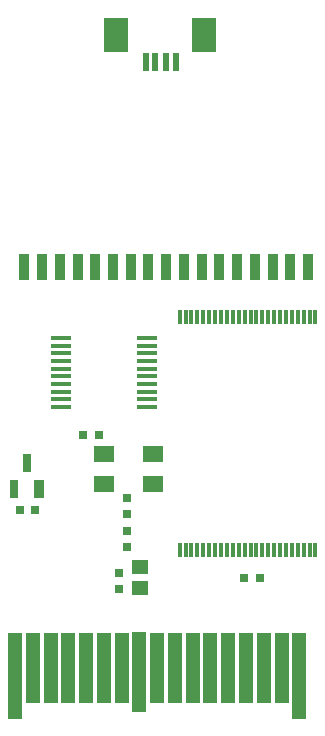
<source format=gbr>
%TF.GenerationSoftware,KiCad,Pcbnew,(6.0.2)*%
%TF.CreationDate,2022-11-22T14:27:25-06:00*%
%TF.ProjectId,REF1936,52454631-3933-4362-9e6b-696361645f70,rev?*%
%TF.SameCoordinates,Original*%
%TF.FileFunction,Paste,Top*%
%TF.FilePolarity,Positive*%
%FSLAX46Y46*%
G04 Gerber Fmt 4.6, Leading zero omitted, Abs format (unit mm)*
G04 Created by KiCad (PCBNEW (6.0.2)) date 2022-11-22 14:27:25*
%MOMM*%
%LPD*%
G01*
G04 APERTURE LIST*
%ADD10R,0.800000X0.800000*%
%ADD11R,2.000000X3.000000*%
%ADD12R,0.550000X1.630000*%
%ADD13R,1.651000X0.431800*%
%ADD14R,0.300000X1.300000*%
%ADD15R,0.950000X2.250000*%
%ADD16R,1.700000X1.350000*%
%ADD17R,0.750000X1.600000*%
%ADD18R,0.870000X1.600000*%
%ADD19R,0.800000X1.600000*%
%ADD20R,1.200000X7.250000*%
%ADD21R,1.200000X6.000000*%
%ADD22R,1.200000X6.750000*%
%ADD23R,1.450000X1.150000*%
G04 APERTURE END LIST*
D10*
%TO.C,C2*%
X146780000Y-110443000D03*
X145471000Y-110444000D03*
%TD*%
%TO.C,C3*%
X149197500Y-115792500D03*
X149198500Y-117101500D03*
%TD*%
%TO.C,C1*%
X140086000Y-116780000D03*
X141395000Y-116779000D03*
%TD*%
%TO.C,C4*%
X149188000Y-118567000D03*
X149189000Y-119876000D03*
%TD*%
D11*
%TO.C,J1*%
X148288000Y-76527000D03*
X155712000Y-76525000D03*
D12*
X150751000Y-78865000D03*
X151585000Y-78870000D03*
X152455000Y-78870000D03*
X153329000Y-78869000D03*
%TD*%
D13*
%TO.C,U3*%
X150848200Y-108050000D03*
X150848200Y-107399999D03*
X150848200Y-106750001D03*
X150848200Y-106099999D03*
X150848200Y-105450001D03*
X150848200Y-104800002D03*
X150848200Y-104150001D03*
X150848200Y-103500002D03*
X150848200Y-102850001D03*
X150848200Y-102200002D03*
X143583800Y-102200000D03*
X143583800Y-102849998D03*
X143583800Y-103499999D03*
X143583800Y-104149998D03*
X143583800Y-104799999D03*
X143583800Y-105449998D03*
X143583800Y-106099999D03*
X143583800Y-106749998D03*
X143583800Y-107399999D03*
X143583800Y-108049998D03*
%TD*%
D14*
%TO.C,U1*%
X153639000Y-120117000D03*
X154139000Y-120117000D03*
X154639000Y-120117000D03*
X155139000Y-120117000D03*
X155639000Y-120117000D03*
X156139000Y-120117000D03*
X156639000Y-120117000D03*
X157139000Y-120117000D03*
X157639000Y-120117000D03*
X158139000Y-120117000D03*
X158639000Y-120117000D03*
X159139000Y-120117000D03*
X159639000Y-120117000D03*
X160139000Y-120117000D03*
X160639000Y-120117000D03*
X161139000Y-120117000D03*
X161639000Y-120117000D03*
X162139000Y-120117000D03*
X162639000Y-120117000D03*
X163139000Y-120117000D03*
X163639000Y-120117000D03*
X164139000Y-120117000D03*
X164639000Y-120117000D03*
X165139000Y-120117000D03*
X165139000Y-100417000D03*
X164639000Y-100417000D03*
X164139000Y-100417000D03*
X163639000Y-100417000D03*
X163139000Y-100417000D03*
X162639000Y-100417000D03*
X162139000Y-100417000D03*
X161639000Y-100417000D03*
X161139000Y-100417000D03*
X160639000Y-100417000D03*
X160139000Y-100417000D03*
X159639000Y-100417000D03*
X159139000Y-100417000D03*
X158639000Y-100417000D03*
X158139000Y-100417000D03*
X157639000Y-100417000D03*
X157139000Y-100417000D03*
X156639000Y-100417000D03*
X156139000Y-100417000D03*
X155639000Y-100417000D03*
X155139000Y-100417000D03*
X154639000Y-100417000D03*
X154139000Y-100417000D03*
X153639000Y-100417000D03*
%TD*%
D10*
%TO.C,R1*%
X148505000Y-122145000D03*
X148506000Y-123454000D03*
%TD*%
D15*
%TO.C,U4*%
X164488800Y-96194700D03*
X163018800Y-96187700D03*
X161509800Y-96191700D03*
X160007800Y-96191700D03*
X158497800Y-96192700D03*
X156986800Y-96192700D03*
X155517800Y-96191700D03*
X154009800Y-96196700D03*
X152500800Y-96190700D03*
X150997800Y-96193700D03*
X149525800Y-96192700D03*
X148016800Y-96194700D03*
X146471800Y-96197700D03*
X144998800Y-96192700D03*
X143496800Y-96196700D03*
X141949800Y-96188700D03*
X140435800Y-96191700D03*
%TD*%
D16*
%TO.C,X1*%
X147230000Y-114534000D03*
X151400000Y-114534000D03*
X151399000Y-112032000D03*
X147232000Y-112032000D03*
%TD*%
D17*
%TO.C,Q1*%
X139640500Y-114990500D03*
D18*
X141707500Y-114984500D03*
D19*
X140713500Y-112803500D03*
%TD*%
D10*
%TO.C,C5*%
X159099000Y-122535000D03*
X160408000Y-122534000D03*
%TD*%
D20*
%TO.C,U5*%
X139684700Y-130795600D03*
D21*
X141226700Y-130149600D03*
X142741700Y-130157600D03*
X144200700Y-130149600D03*
X145707700Y-130156600D03*
X147270700Y-130156600D03*
X148769700Y-130156600D03*
D22*
X150196700Y-130499600D03*
D21*
X151693700Y-130164600D03*
X153256700Y-130164600D03*
X154763700Y-130156600D03*
X156238700Y-130156600D03*
X157737700Y-130156600D03*
X159236700Y-130148600D03*
X160751700Y-130156600D03*
X162266700Y-130156600D03*
D20*
X163773700Y-130789600D03*
%TD*%
D23*
%TO.C,L1*%
X150298500Y-123365000D03*
X150299500Y-121579000D03*
%TD*%
M02*

</source>
